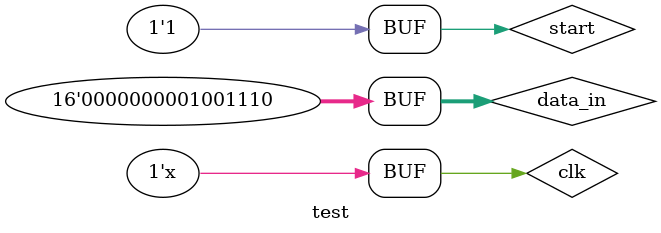
<source format=v>
`timescale 1ns / 1ps


module test;

reg[15:0]data_in;
reg clk, start;
wire done;
reg[15:0]A,B;

GCD_datapath DP(gt,lt,ldA,ldB,sel1,sel2,sel_in,data_in,clk);
controller CON(gt,lt,ldA,ldB,sel1,sel2,sel_in,eq,start,done);

initial
begin
 clk=1'b0;
 #3 start=1'b1;
 #1000 ;
 end

always #5 clk=~clk;
initial 
 begin
    #12 data_in =143;
	 #10 data_in = 78;
 end
	// initial 
	 //begin
	 //$monitor ($time, "%d %b",Aout,done);
	 //$dumpfile ("gcd.vcd");$dumpvars (0,test);
	 //end
      
endmodule


</source>
